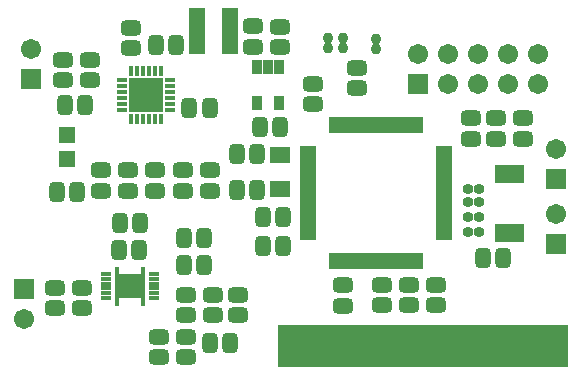
<source format=gts>
G04*
G04 #@! TF.GenerationSoftware,Altium Limited,Altium Designer,21.9.2 (33)*
G04*
G04 Layer_Color=8388736*
%FSLAX25Y25*%
%MOIN*%
G70*
G04*
G04 #@! TF.SameCoordinates,C0BA0E73-4C5D-4CFB-B628-C4008C3DC592*
G04*
G04*
G04 #@! TF.FilePolarity,Negative*
G04*
G01*
G75*
%ADD35R,0.96500X0.14000*%
%ADD36R,0.01981X0.05918*%
%ADD37R,0.01980X0.05918*%
%ADD38R,0.01981X0.05919*%
%ADD39R,0.06706X0.05721*%
%ADD40R,0.01981X0.05524*%
%ADD41R,0.05524X0.01981*%
%ADD42R,0.03701X0.01457*%
%ADD43R,0.01457X0.03701*%
%ADD44R,0.11430X0.11430*%
%ADD45R,0.01378X0.03051*%
%ADD46R,0.10039X0.08071*%
%ADD47R,0.03543X0.01181*%
%ADD48R,0.03360X0.04980*%
%ADD49R,0.05800X0.05800*%
%ADD50R,0.05524X0.15367*%
G04:AMPARAMS|DCode=51|XSize=51.7mil|YSize=65.87mil|CornerRadius=13.83mil|HoleSize=0mil|Usage=FLASHONLY|Rotation=90.000|XOffset=0mil|YOffset=0mil|HoleType=Round|Shape=RoundedRectangle|*
%AMROUNDEDRECTD51*
21,1,0.05170,0.03821,0,0,90.0*
21,1,0.02404,0.06587,0,0,90.0*
1,1,0.02766,0.01910,0.01202*
1,1,0.02766,0.01910,-0.01202*
1,1,0.02766,-0.01910,-0.01202*
1,1,0.02766,-0.01910,0.01202*
%
%ADD51ROUNDEDRECTD51*%
G04:AMPARAMS|DCode=52|XSize=51.7mil|YSize=65.87mil|CornerRadius=13.83mil|HoleSize=0mil|Usage=FLASHONLY|Rotation=180.000|XOffset=0mil|YOffset=0mil|HoleType=Round|Shape=RoundedRectangle|*
%AMROUNDEDRECTD52*
21,1,0.05170,0.03821,0,0,180.0*
21,1,0.02404,0.06587,0,0,180.0*
1,1,0.02766,-0.01202,0.01910*
1,1,0.02766,0.01202,0.01910*
1,1,0.02766,0.01202,-0.01910*
1,1,0.02766,-0.01202,-0.01910*
%
%ADD52ROUNDEDRECTD52*%
G04:AMPARAMS|DCode=53|XSize=32.8mil|YSize=30.84mil|CornerRadius=9.94mil|HoleSize=0mil|Usage=FLASHONLY|Rotation=180.000|XOffset=0mil|YOffset=0mil|HoleType=Round|Shape=RoundedRectangle|*
%AMROUNDEDRECTD53*
21,1,0.03280,0.01096,0,0,180.0*
21,1,0.01293,0.03084,0,0,180.0*
1,1,0.01987,-0.00647,0.00548*
1,1,0.01987,0.00647,0.00548*
1,1,0.01987,0.00647,-0.00548*
1,1,0.01987,-0.00647,-0.00548*
%
%ADD53ROUNDEDRECTD53*%
G04:AMPARAMS|DCode=54|XSize=32.8mil|YSize=30.84mil|CornerRadius=9.94mil|HoleSize=0mil|Usage=FLASHONLY|Rotation=270.000|XOffset=0mil|YOffset=0mil|HoleType=Round|Shape=RoundedRectangle|*
%AMROUNDEDRECTD54*
21,1,0.03280,0.01096,0,0,270.0*
21,1,0.01293,0.03084,0,0,270.0*
1,1,0.01987,-0.00548,-0.00647*
1,1,0.01987,-0.00548,0.00647*
1,1,0.01987,0.00548,0.00647*
1,1,0.01987,0.00548,-0.00647*
%
%ADD54ROUNDEDRECTD54*%
%ADD55C,0.02769*%
%ADD56R,0.06706X0.06706*%
%ADD57C,0.06706*%
%ADD58R,0.06706X0.06706*%
D35*
X146750Y10000D02*
D03*
D36*
X171563Y67470D02*
D03*
X173531D02*
D03*
X177469Y67475D02*
D03*
X175500Y47526D02*
D03*
D37*
Y67472D02*
D03*
X179437Y47525D02*
D03*
X177469D02*
D03*
X173531Y47526D02*
D03*
X171563Y47525D02*
D03*
D38*
X179437Y67470D02*
D03*
D39*
X99000Y62193D02*
D03*
Y73807D02*
D03*
D40*
X145764Y83638D02*
D03*
X116236Y38362D02*
D03*
X118205D02*
D03*
X120173D02*
D03*
X122142D02*
D03*
X124110D02*
D03*
X126079D02*
D03*
X128047D02*
D03*
X130016D02*
D03*
X131984D02*
D03*
X133953D02*
D03*
X135921D02*
D03*
X137890D02*
D03*
X139858D02*
D03*
X141827D02*
D03*
X143795D02*
D03*
X145764D02*
D03*
X143795Y83638D02*
D03*
X141827D02*
D03*
X139858D02*
D03*
X137890D02*
D03*
X135921D02*
D03*
X133953D02*
D03*
X131984D02*
D03*
X130016D02*
D03*
X128047D02*
D03*
X126079D02*
D03*
X124110D02*
D03*
X122142D02*
D03*
X120173D02*
D03*
X118205D02*
D03*
X116236D02*
D03*
D41*
X108362Y75764D02*
D03*
Y73795D02*
D03*
Y71827D02*
D03*
Y69858D02*
D03*
Y67890D02*
D03*
Y65921D02*
D03*
Y63953D02*
D03*
Y61984D02*
D03*
Y60016D02*
D03*
Y58047D02*
D03*
Y54110D02*
D03*
Y52142D02*
D03*
Y50173D02*
D03*
Y48205D02*
D03*
Y46236D02*
D03*
X153638D02*
D03*
Y48205D02*
D03*
Y50173D02*
D03*
Y52142D02*
D03*
Y58047D02*
D03*
Y60016D02*
D03*
Y61984D02*
D03*
Y63953D02*
D03*
Y65921D02*
D03*
Y73795D02*
D03*
Y75764D02*
D03*
Y71827D02*
D03*
Y54110D02*
D03*
Y56079D02*
D03*
Y67890D02*
D03*
Y69858D02*
D03*
X108362Y56079D02*
D03*
D42*
X46396Y98610D02*
D03*
Y96641D02*
D03*
Y94673D02*
D03*
Y92704D02*
D03*
Y90736D02*
D03*
Y88767D02*
D03*
X62144D02*
D03*
Y90736D02*
D03*
Y92704D02*
D03*
Y94673D02*
D03*
Y96641D02*
D03*
Y98610D02*
D03*
D43*
X55255Y85815D02*
D03*
X53286D02*
D03*
X51318D02*
D03*
X49349D02*
D03*
X57223D02*
D03*
X59192D02*
D03*
Y101563D02*
D03*
X57223D02*
D03*
X49349D02*
D03*
X51318D02*
D03*
X53286D02*
D03*
X55255D02*
D03*
D44*
X54270Y93689D02*
D03*
D45*
X44669Y24803D02*
D03*
Y35134D02*
D03*
X53331Y24803D02*
D03*
Y35136D02*
D03*
D46*
X49000Y29969D02*
D03*
D47*
X56874Y29181D02*
D03*
Y30756D02*
D03*
Y32331D02*
D03*
Y33906D02*
D03*
Y27606D02*
D03*
Y26032D02*
D03*
X41126Y33906D02*
D03*
Y32331D02*
D03*
Y30756D02*
D03*
Y29181D02*
D03*
Y27606D02*
D03*
Y26032D02*
D03*
D48*
X98740Y91096D02*
D03*
X91260D02*
D03*
Y102905D02*
D03*
X95000D02*
D03*
X98740D02*
D03*
D49*
X28000Y80500D02*
D03*
X28020Y72270D02*
D03*
D50*
X82336Y114849D02*
D03*
X71312D02*
D03*
D51*
X162500Y85847D02*
D03*
Y79154D02*
D03*
X23997Y29378D02*
D03*
Y22685D02*
D03*
X33000Y29378D02*
D03*
Y22685D02*
D03*
X110003Y90693D02*
D03*
Y97386D02*
D03*
X85021Y20463D02*
D03*
Y27156D02*
D03*
X76518D02*
D03*
Y20463D02*
D03*
X67516Y27156D02*
D03*
Y20463D02*
D03*
X67503Y6185D02*
D03*
Y12878D02*
D03*
X58500D02*
D03*
Y6185D02*
D03*
X151005Y30347D02*
D03*
Y23653D02*
D03*
X142003Y30307D02*
D03*
Y23614D02*
D03*
X133000D02*
D03*
Y30307D02*
D03*
X120000Y30193D02*
D03*
Y23500D02*
D03*
X171003Y79154D02*
D03*
Y85847D02*
D03*
X180005Y79154D02*
D03*
Y85847D02*
D03*
X124500Y95958D02*
D03*
Y102651D02*
D03*
X99103Y109689D02*
D03*
Y116382D02*
D03*
X90100Y109842D02*
D03*
Y116535D02*
D03*
X49270Y109342D02*
D03*
Y116035D02*
D03*
X35770Y98689D02*
D03*
Y105382D02*
D03*
X26768Y98689D02*
D03*
Y105382D02*
D03*
X57275Y61842D02*
D03*
Y68535D02*
D03*
X66770Y61842D02*
D03*
Y68535D02*
D03*
X48273Y61842D02*
D03*
Y68535D02*
D03*
X39270Y61842D02*
D03*
Y68535D02*
D03*
X75773Y61842D02*
D03*
Y68535D02*
D03*
D52*
X45500Y51034D02*
D03*
X52193D02*
D03*
X45153Y42031D02*
D03*
X51846D02*
D03*
X31346Y61500D02*
D03*
X24654D02*
D03*
X68770Y89189D02*
D03*
X75463D02*
D03*
X92154Y83003D02*
D03*
X98847D02*
D03*
X84471Y74000D02*
D03*
X91164D02*
D03*
Y62000D02*
D03*
X84471D02*
D03*
X93294Y52997D02*
D03*
X99987D02*
D03*
Y43497D02*
D03*
X93294D02*
D03*
X66807Y46031D02*
D03*
X73500D02*
D03*
X66807Y36950D02*
D03*
X73500D02*
D03*
X82346Y11032D02*
D03*
X75653D02*
D03*
X173346Y39500D02*
D03*
X166654D02*
D03*
X57564Y110189D02*
D03*
X64257D02*
D03*
X27424Y90395D02*
D03*
X34117D02*
D03*
D53*
X161787Y48000D02*
D03*
X165213D02*
D03*
X161787Y53066D02*
D03*
X165213D02*
D03*
X161787Y58131D02*
D03*
X165213D02*
D03*
X161787Y62500D02*
D03*
X165213D02*
D03*
D54*
X131000Y109075D02*
D03*
Y112500D02*
D03*
X120000Y109270D02*
D03*
Y112696D02*
D03*
X114934Y109270D02*
D03*
Y112696D02*
D03*
D55*
X52543Y31937D02*
D03*
Y28000D02*
D03*
X49000D02*
D03*
Y31937D02*
D03*
X45457Y28000D02*
D03*
Y31937D02*
D03*
D56*
X144833Y97500D02*
D03*
D57*
Y107500D02*
D03*
X154833Y97500D02*
D03*
Y107500D02*
D03*
X164833Y97500D02*
D03*
Y107500D02*
D03*
X174833Y97500D02*
D03*
Y107500D02*
D03*
X184833Y97500D02*
D03*
Y107500D02*
D03*
X191000Y54000D02*
D03*
Y75788D02*
D03*
X13602Y19000D02*
D03*
X16000Y109000D02*
D03*
D58*
X191000Y44000D02*
D03*
Y65788D02*
D03*
X13602Y29000D02*
D03*
X16000Y99000D02*
D03*
M02*

</source>
